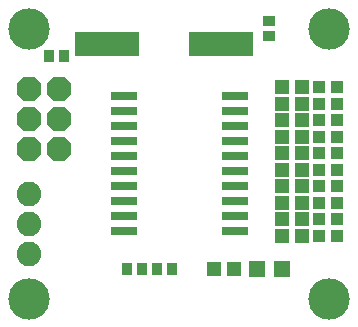
<source format=gts>
G75*
G70*
%OFA0B0*%
%FSLAX24Y24*%
%IPPOS*%
%LPD*%
%AMOC8*
5,1,8,0,0,1.08239X$1,22.5*
%
%ADD10R,0.0867X0.0316*%
%ADD11R,0.0552X0.0552*%
%ADD12R,0.0395X0.0395*%
%ADD13R,0.0474X0.0513*%
%ADD14R,0.0356X0.0434*%
%ADD15R,0.2180X0.0840*%
%ADD16OC8,0.0820*%
%ADD17C,0.0820*%
%ADD18R,0.0434X0.0356*%
%ADD19C,0.1380*%
D10*
X004666Y003475D03*
X004666Y003975D03*
X004666Y004475D03*
X004666Y004975D03*
X004666Y005475D03*
X004666Y005975D03*
X004666Y006475D03*
X004666Y006975D03*
X004666Y007475D03*
X004666Y007975D03*
X008367Y007975D03*
X008367Y007475D03*
X008367Y006975D03*
X008367Y006475D03*
X008367Y005975D03*
X008367Y005475D03*
X008367Y004975D03*
X008367Y004475D03*
X008367Y003975D03*
X008367Y003475D03*
D11*
X009103Y002225D03*
X009930Y002225D03*
D12*
X011171Y003325D03*
X011762Y003325D03*
X011762Y003875D03*
X011171Y003875D03*
X011171Y004425D03*
X011171Y004975D03*
X011762Y004975D03*
X011762Y004425D03*
X011762Y005525D03*
X011171Y005525D03*
X011171Y006075D03*
X011762Y006075D03*
X011762Y006625D03*
X011762Y007175D03*
X011171Y007175D03*
X011171Y006625D03*
X011171Y007725D03*
X011762Y007725D03*
X011762Y008275D03*
X011171Y008275D03*
D13*
X010601Y008275D03*
X009932Y008275D03*
X009932Y007725D03*
X010601Y007725D03*
X010601Y007175D03*
X010601Y006625D03*
X009932Y006625D03*
X009932Y007175D03*
X009932Y006075D03*
X010601Y006075D03*
X010601Y005525D03*
X009932Y005525D03*
X009932Y004975D03*
X009932Y004425D03*
X010601Y004425D03*
X010601Y004975D03*
X010601Y003875D03*
X009932Y003875D03*
X009932Y003325D03*
X010601Y003325D03*
X008351Y002225D03*
X007682Y002225D03*
D14*
X006273Y002225D03*
X005761Y002225D03*
X005273Y002225D03*
X004761Y002225D03*
X002673Y009325D03*
X002161Y009325D03*
D15*
X004117Y009725D03*
X007917Y009725D03*
D16*
X002517Y008225D03*
X001517Y008225D03*
X001517Y007225D03*
X002517Y007225D03*
X002517Y006225D03*
X001517Y006225D03*
D17*
X001517Y004725D03*
X001517Y003725D03*
X001517Y002725D03*
D18*
X009517Y009969D03*
X009517Y010481D03*
D19*
X001517Y001225D03*
X011517Y001225D03*
X011517Y010225D03*
X001517Y010225D03*
M02*

</source>
